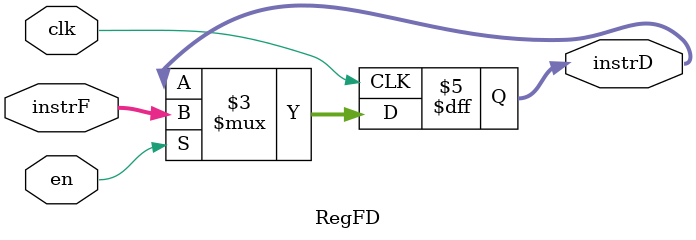
<source format=v>
`timescale 1ns / 1ps


module RegFD(
input clk,
input [31:0]instrF,
input en,
output reg [31:0]instrD
    );
always@(posedge clk)
begin
    if(en)
        instrD<=instrF;
    else
        instrD<=instrD;
end
endmodule

</source>
